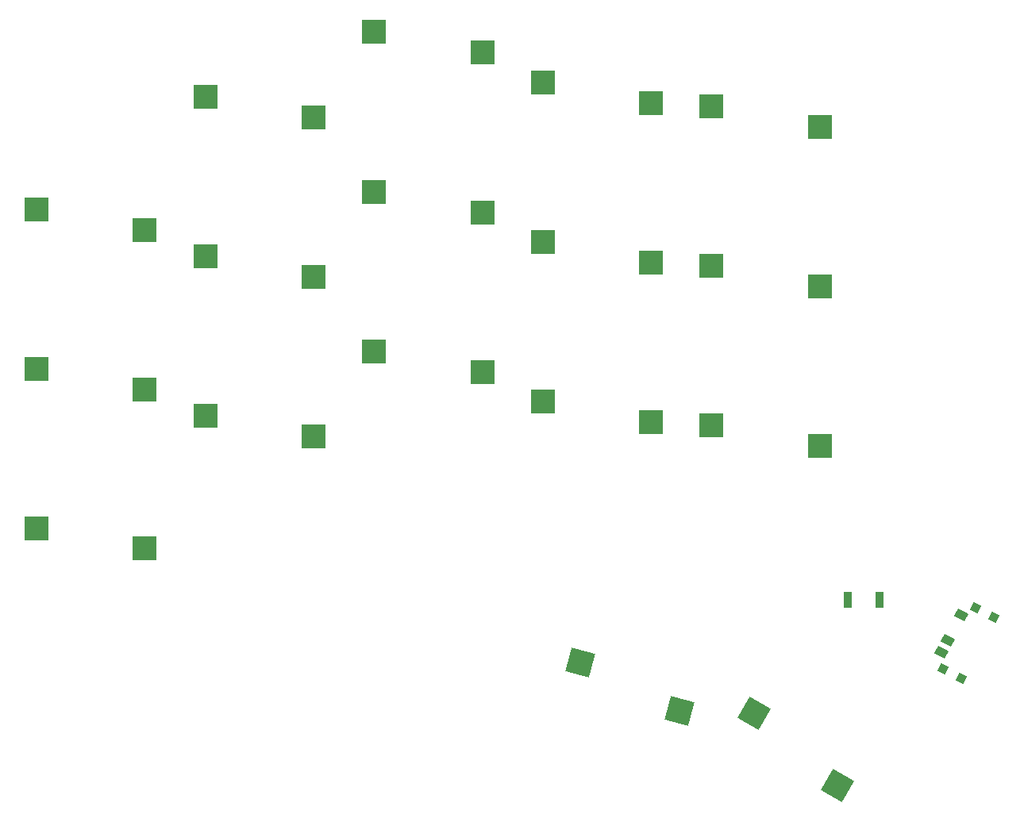
<source format=gbr>
%TF.GenerationSoftware,KiCad,Pcbnew,(6.0.7-1)-1*%
%TF.CreationDate,2022-09-01T14:34:03+02:00*%
%TF.ProjectId,sweep_no_curve,73776565-705f-46e6-9f5f-63757276652e,rev?*%
%TF.SameCoordinates,Original*%
%TF.FileFunction,Paste,Bot*%
%TF.FilePolarity,Positive*%
%FSLAX46Y46*%
G04 Gerber Fmt 4.6, Leading zero omitted, Abs format (unit mm)*
G04 Created by KiCad (PCBNEW (6.0.7-1)-1) date 2022-09-01 14:34:03*
%MOMM*%
%LPD*%
G01*
G04 APERTURE LIST*
G04 Aperture macros list*
%AMRotRect*
0 Rectangle, with rotation*
0 The origin of the aperture is its center*
0 $1 length*
0 $2 width*
0 $3 Rotation angle, in degrees counterclockwise*
0 Add horizontal line*
21,1,$1,$2,0,0,$3*%
G04 Aperture macros list end*
%ADD10RotRect,2.600000X2.600000X150.000000*%
%ADD11R,2.600000X2.600000*%
%ADD12RotRect,2.600000X2.600000X165.000000*%
%ADD13RotRect,0.900000X1.250000X242.000000*%
%ADD14RotRect,0.900000X0.900000X242.000000*%
%ADD15R,0.900000X1.700000*%
G04 APERTURE END LIST*
D10*
%TO.C,SW17*%
X109217233Y-101570351D03*
X100314640Y-93890095D03*
%TD*%
D11*
%TO.C,SW5*%
X95805000Y-29130000D03*
X107355000Y-31330000D03*
%TD*%
%TO.C,SW4*%
X77805000Y-26630000D03*
X89355000Y-28830000D03*
%TD*%
%TO.C,SW9*%
X77805000Y-43580000D03*
X89355000Y-45780000D03*
%TD*%
%TO.C,SW3*%
X59805000Y-21130000D03*
X71355000Y-23330000D03*
%TD*%
%TO.C,SW8*%
X59805000Y-38246000D03*
X71355000Y-40446000D03*
%TD*%
%TO.C,SW2*%
X41805000Y-28130000D03*
X53355000Y-30330000D03*
%TD*%
%TO.C,SW7*%
X41805000Y-45104000D03*
X53355000Y-47304000D03*
%TD*%
%TO.C,SW1*%
X23805000Y-40130000D03*
X35355000Y-42330000D03*
%TD*%
%TO.C,SW6*%
X23805000Y-57130000D03*
X35355000Y-59330000D03*
%TD*%
%TO.C,SW10*%
X95785000Y-46120000D03*
X107335000Y-48320000D03*
%TD*%
%TO.C,SW15*%
X95785000Y-63138000D03*
X107335000Y-65338000D03*
%TD*%
%TO.C,SW14*%
X77805000Y-60598000D03*
X89355000Y-62798000D03*
%TD*%
%TO.C,SW13*%
X59805000Y-55264000D03*
X71355000Y-57464000D03*
%TD*%
%TO.C,SW12*%
X41805000Y-62122000D03*
X53355000Y-64322000D03*
%TD*%
D12*
%TO.C,SW16*%
X92419434Y-93624891D03*
X81832392Y-88510494D03*
%TD*%
D11*
%TO.C,SW11*%
X23805000Y-74130000D03*
X35355000Y-76330000D03*
%TD*%
D13*
%TO.C,POWER SW*%
X120311428Y-87412479D03*
X121015636Y-86088058D03*
X122424050Y-83439214D03*
D14*
X123965657Y-82616675D03*
X120491568Y-89150487D03*
X125908142Y-83649513D03*
X122434053Y-90183325D03*
%TD*%
D15*
%TO.C,RSW2*%
X113700000Y-81800000D03*
X110300000Y-81800000D03*
%TD*%
M02*

</source>
